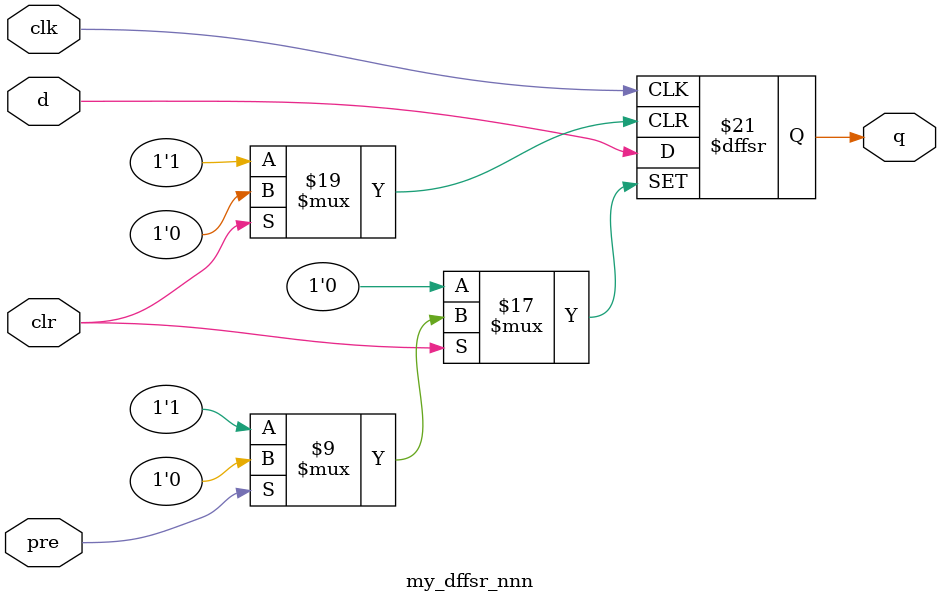
<source format=v>
module my_dffsr_nnn (
    input d,
    clk,
    pre,
    clr,
    output reg q
);
  initial q <= 1'b0;
  always @(negedge clk or negedge pre or negedge clr)
    if (!pre) q <= 1'b1;
    else if (!clr) q <= 1'b0;
    else q <= d;
endmodule
</source>
